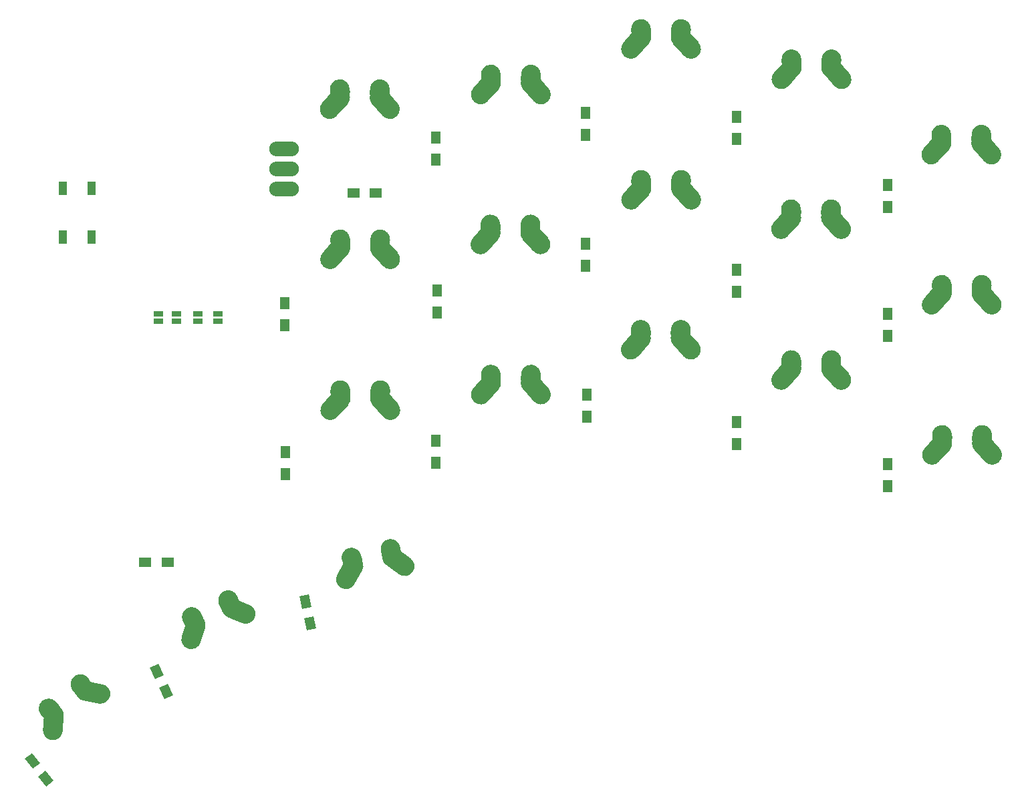
<source format=gbr>
%TF.GenerationSoftware,KiCad,Pcbnew,(5.1.7)-1*%
%TF.CreationDate,2021-07-25T23:49:13+05:30*%
%TF.ProjectId,Pteron36v0,50746572-6f6e-4333-9676-302e6b696361,rev?*%
%TF.SameCoordinates,Original*%
%TF.FileFunction,Paste,Bot*%
%TF.FilePolarity,Positive*%
%FSLAX46Y46*%
G04 Gerber Fmt 4.6, Leading zero omitted, Abs format (unit mm)*
G04 Created by KiCad (PCBNEW (5.1.7)-1) date 2021-07-25 23:49:13*
%MOMM*%
%LPD*%
G01*
G04 APERTURE LIST*
%ADD10R,1.600000X1.200000*%
%ADD11R,1.100000X1.800000*%
%ADD12O,3.759200X1.879600*%
%ADD13R,1.200000X1.600000*%
%ADD14C,0.100000*%
%ADD15R,1.270000X0.635000*%
G04 APERTURE END LIST*
%TO.C,SW9*%
G36*
G01*
X198137723Y-97153426D02*
X198177638Y-96574623D01*
G75*
G02*
X199510675Y-95413584I1247038J-85999D01*
G01*
X199510675Y-95413584D01*
G75*
G02*
X200671714Y-96746621I-85999J-1247038D01*
G01*
X200631716Y-97326621D01*
G75*
G02*
X199298679Y-98487660I-1247038J85999D01*
G01*
X199298679Y-98487660D01*
G75*
G02*
X198137640Y-97154623I85999J1247038D01*
G01*
G37*
G36*
G01*
X193137721Y-97327818D02*
X193097640Y-96746621D01*
G75*
G02*
X194258679Y-95413584I1247038J85999D01*
G01*
X194258679Y-95413584D01*
G75*
G02*
X195591716Y-96574623I85999J-1247038D01*
G01*
X195631714Y-97154623D01*
G75*
G02*
X194470675Y-98487660I-1247038J-85999D01*
G01*
X194470675Y-98487660D01*
G75*
G02*
X193137638Y-97326621I-85999J1247038D01*
G01*
G37*
G36*
G01*
X195315061Y-98575409D02*
X194005071Y-100035417D01*
G75*
G02*
X192239891Y-100131015I-930389J834791D01*
G01*
X192239891Y-100131015D01*
G75*
G02*
X192144293Y-98365835I834791J930389D01*
G01*
X193454283Y-96905827D01*
G75*
G02*
X195219463Y-96810229I930389J-834791D01*
G01*
X195219463Y-96810229D01*
G75*
G02*
X195315061Y-98575409I-834791J-930389D01*
G01*
G37*
G36*
G01*
X200315071Y-96905827D02*
X201625061Y-98365835D01*
G75*
G02*
X201529463Y-100131015I-930389J-834791D01*
G01*
X201529463Y-100131015D01*
G75*
G02*
X199764283Y-100035417I-834791J930389D01*
G01*
X198454293Y-98575409D01*
G75*
G02*
X198549891Y-96810229I930389J834791D01*
G01*
X198549891Y-96810229D01*
G75*
G02*
X200315071Y-96905827I834791J-930389D01*
G01*
G37*
%TD*%
%TO.C,SW19*%
G36*
G01*
X159975292Y-83822000D02*
X160015207Y-83243197D01*
G75*
G02*
X161348244Y-82082158I1247038J-85999D01*
G01*
X161348244Y-82082158D01*
G75*
G02*
X162509283Y-83415195I-85999J-1247038D01*
G01*
X162469285Y-83995195D01*
G75*
G02*
X161136248Y-85156234I-1247038J85999D01*
G01*
X161136248Y-85156234D01*
G75*
G02*
X159975209Y-83823197I85999J1247038D01*
G01*
G37*
G36*
G01*
X154975290Y-83996392D02*
X154935209Y-83415195D01*
G75*
G02*
X156096248Y-82082158I1247038J85999D01*
G01*
X156096248Y-82082158D01*
G75*
G02*
X157429285Y-83243197I85999J-1247038D01*
G01*
X157469283Y-83823197D01*
G75*
G02*
X156308244Y-85156234I-1247038J-85999D01*
G01*
X156308244Y-85156234D01*
G75*
G02*
X154975207Y-83995195I-85999J1247038D01*
G01*
G37*
G36*
G01*
X157152630Y-85243983D02*
X155842640Y-86703991D01*
G75*
G02*
X154077460Y-86799589I-930389J834791D01*
G01*
X154077460Y-86799589D01*
G75*
G02*
X153981862Y-85034409I834791J930389D01*
G01*
X155291852Y-83574401D01*
G75*
G02*
X157057032Y-83478803I930389J-834791D01*
G01*
X157057032Y-83478803D01*
G75*
G02*
X157152630Y-85243983I-834791J-930389D01*
G01*
G37*
G36*
G01*
X162152640Y-83574401D02*
X163462630Y-85034409D01*
G75*
G02*
X163367032Y-86799589I-930389J-834791D01*
G01*
X163367032Y-86799589D01*
G75*
G02*
X161601852Y-86703991I-834791J930389D01*
G01*
X160291862Y-85243983D01*
G75*
G02*
X160387460Y-83478803I930389J834791D01*
G01*
X160387460Y-83478803D01*
G75*
G02*
X162152640Y-83574401I834791J-930389D01*
G01*
G37*
%TD*%
%TO.C,SW28*%
G36*
G01*
X121914555Y-91482169D02*
X121954470Y-90903366D01*
G75*
G02*
X123287507Y-89742327I1247038J-85999D01*
G01*
X123287507Y-89742327D01*
G75*
G02*
X124448546Y-91075364I-85999J-1247038D01*
G01*
X124408548Y-91655364D01*
G75*
G02*
X123075511Y-92816403I-1247038J85999D01*
G01*
X123075511Y-92816403D01*
G75*
G02*
X121914472Y-91483366I85999J1247038D01*
G01*
G37*
G36*
G01*
X116914553Y-91656561D02*
X116874472Y-91075364D01*
G75*
G02*
X118035511Y-89742327I1247038J85999D01*
G01*
X118035511Y-89742327D01*
G75*
G02*
X119368548Y-90903366I85999J-1247038D01*
G01*
X119408546Y-91483366D01*
G75*
G02*
X118247507Y-92816403I-1247038J-85999D01*
G01*
X118247507Y-92816403D01*
G75*
G02*
X116914470Y-91655364I-85999J1247038D01*
G01*
G37*
G36*
G01*
X119091893Y-92904152D02*
X117781903Y-94364160D01*
G75*
G02*
X116016723Y-94459758I-930389J834791D01*
G01*
X116016723Y-94459758D01*
G75*
G02*
X115921125Y-92694578I834791J930389D01*
G01*
X117231115Y-91234570D01*
G75*
G02*
X118996295Y-91138972I930389J-834791D01*
G01*
X118996295Y-91138972D01*
G75*
G02*
X119091893Y-92904152I-834791J-930389D01*
G01*
G37*
G36*
G01*
X124091903Y-91234570D02*
X125401893Y-92694578D01*
G75*
G02*
X125306295Y-94459758I-930389J-834791D01*
G01*
X125306295Y-94459758D01*
G75*
G02*
X123541115Y-94364160I-834791J930389D01*
G01*
X122231125Y-92904152D01*
G75*
G02*
X122326723Y-91138972I930389J834791D01*
G01*
X122326723Y-91138972D01*
G75*
G02*
X124091903Y-91234570I834791J-930389D01*
G01*
G37*
%TD*%
%TO.C,SW27*%
G36*
G01*
X121895176Y-72356719D02*
X121935091Y-71777916D01*
G75*
G02*
X123268128Y-70616877I1247038J-85999D01*
G01*
X123268128Y-70616877D01*
G75*
G02*
X124429167Y-71949914I-85999J-1247038D01*
G01*
X124389169Y-72529914D01*
G75*
G02*
X123056132Y-73690953I-1247038J85999D01*
G01*
X123056132Y-73690953D01*
G75*
G02*
X121895093Y-72357916I85999J1247038D01*
G01*
G37*
G36*
G01*
X116895174Y-72531111D02*
X116855093Y-71949914D01*
G75*
G02*
X118016132Y-70616877I1247038J85999D01*
G01*
X118016132Y-70616877D01*
G75*
G02*
X119349169Y-71777916I85999J-1247038D01*
G01*
X119389167Y-72357916D01*
G75*
G02*
X118228128Y-73690953I-1247038J-85999D01*
G01*
X118228128Y-73690953D01*
G75*
G02*
X116895091Y-72529914I-85999J1247038D01*
G01*
G37*
G36*
G01*
X119072514Y-73778702D02*
X117762524Y-75238710D01*
G75*
G02*
X115997344Y-75334308I-930389J834791D01*
G01*
X115997344Y-75334308D01*
G75*
G02*
X115901746Y-73569128I834791J930389D01*
G01*
X117211736Y-72109120D01*
G75*
G02*
X118976916Y-72013522I930389J-834791D01*
G01*
X118976916Y-72013522D01*
G75*
G02*
X119072514Y-73778702I-834791J-930389D01*
G01*
G37*
G36*
G01*
X124072524Y-72109120D02*
X125382514Y-73569128D01*
G75*
G02*
X125286916Y-75334308I-930389J-834791D01*
G01*
X125286916Y-75334308D01*
G75*
G02*
X123521736Y-75238710I-834791J930389D01*
G01*
X122211746Y-73778702D01*
G75*
G02*
X122307344Y-72013522I930389J834791D01*
G01*
X122307344Y-72013522D01*
G75*
G02*
X124072524Y-72109120I834791J-930389D01*
G01*
G37*
%TD*%
%TO.C,SW26*%
G36*
G01*
X121851532Y-53321824D02*
X121891447Y-52743021D01*
G75*
G02*
X123224484Y-51581982I1247038J-85999D01*
G01*
X123224484Y-51581982D01*
G75*
G02*
X124385523Y-52915019I-85999J-1247038D01*
G01*
X124345525Y-53495019D01*
G75*
G02*
X123012488Y-54656058I-1247038J85999D01*
G01*
X123012488Y-54656058D01*
G75*
G02*
X121851449Y-53323021I85999J1247038D01*
G01*
G37*
G36*
G01*
X116851530Y-53496216D02*
X116811449Y-52915019D01*
G75*
G02*
X117972488Y-51581982I1247038J85999D01*
G01*
X117972488Y-51581982D01*
G75*
G02*
X119305525Y-52743021I85999J-1247038D01*
G01*
X119345523Y-53323021D01*
G75*
G02*
X118184484Y-54656058I-1247038J-85999D01*
G01*
X118184484Y-54656058D01*
G75*
G02*
X116851447Y-53495019I-85999J1247038D01*
G01*
G37*
G36*
G01*
X119028870Y-54743807D02*
X117718880Y-56203815D01*
G75*
G02*
X115953700Y-56299413I-930389J834791D01*
G01*
X115953700Y-56299413D01*
G75*
G02*
X115858102Y-54534233I834791J930389D01*
G01*
X117168092Y-53074225D01*
G75*
G02*
X118933272Y-52978627I930389J-834791D01*
G01*
X118933272Y-52978627D01*
G75*
G02*
X119028870Y-54743807I-834791J-930389D01*
G01*
G37*
G36*
G01*
X124028880Y-53074225D02*
X125338870Y-54534233D01*
G75*
G02*
X125243272Y-56299413I-930389J-834791D01*
G01*
X125243272Y-56299413D01*
G75*
G02*
X123478092Y-56203815I-834791J930389D01*
G01*
X122168102Y-54743807D01*
G75*
G02*
X122263700Y-52978627I930389J834791D01*
G01*
X122263700Y-52978627D01*
G75*
G02*
X124028880Y-53074225I834791J-930389D01*
G01*
G37*
%TD*%
%TO.C,SW24*%
G36*
G01*
X140981959Y-89506094D02*
X141021874Y-88927291D01*
G75*
G02*
X142354911Y-87766252I1247038J-85999D01*
G01*
X142354911Y-87766252D01*
G75*
G02*
X143515950Y-89099289I-85999J-1247038D01*
G01*
X143475952Y-89679289D01*
G75*
G02*
X142142915Y-90840328I-1247038J85999D01*
G01*
X142142915Y-90840328D01*
G75*
G02*
X140981876Y-89507291I85999J1247038D01*
G01*
G37*
G36*
G01*
X135981957Y-89680486D02*
X135941876Y-89099289D01*
G75*
G02*
X137102915Y-87766252I1247038J85999D01*
G01*
X137102915Y-87766252D01*
G75*
G02*
X138435952Y-88927291I85999J-1247038D01*
G01*
X138475950Y-89507291D01*
G75*
G02*
X137314911Y-90840328I-1247038J-85999D01*
G01*
X137314911Y-90840328D01*
G75*
G02*
X135981874Y-89679289I-85999J1247038D01*
G01*
G37*
G36*
G01*
X138159297Y-90928077D02*
X136849307Y-92388085D01*
G75*
G02*
X135084127Y-92483683I-930389J834791D01*
G01*
X135084127Y-92483683D01*
G75*
G02*
X134988529Y-90718503I834791J930389D01*
G01*
X136298519Y-89258495D01*
G75*
G02*
X138063699Y-89162897I930389J-834791D01*
G01*
X138063699Y-89162897D01*
G75*
G02*
X138159297Y-90928077I-834791J-930389D01*
G01*
G37*
G36*
G01*
X143159307Y-89258495D02*
X144469297Y-90718503D01*
G75*
G02*
X144373699Y-92483683I-930389J-834791D01*
G01*
X144373699Y-92483683D01*
G75*
G02*
X142608519Y-92388085I-834791J930389D01*
G01*
X141298529Y-90928077D01*
G75*
G02*
X141394127Y-89162897I930389J834791D01*
G01*
X141394127Y-89162897D01*
G75*
G02*
X143159307Y-89258495I834791J-930389D01*
G01*
G37*
%TD*%
%TO.C,SW23*%
G36*
G01*
X140938315Y-70471198D02*
X140978230Y-69892395D01*
G75*
G02*
X142311267Y-68731356I1247038J-85999D01*
G01*
X142311267Y-68731356D01*
G75*
G02*
X143472306Y-70064393I-85999J-1247038D01*
G01*
X143432308Y-70644393D01*
G75*
G02*
X142099271Y-71805432I-1247038J85999D01*
G01*
X142099271Y-71805432D01*
G75*
G02*
X140938232Y-70472395I85999J1247038D01*
G01*
G37*
G36*
G01*
X135938313Y-70645590D02*
X135898232Y-70064393D01*
G75*
G02*
X137059271Y-68731356I1247038J85999D01*
G01*
X137059271Y-68731356D01*
G75*
G02*
X138392308Y-69892395I85999J-1247038D01*
G01*
X138432306Y-70472395D01*
G75*
G02*
X137271267Y-71805432I-1247038J-85999D01*
G01*
X137271267Y-71805432D01*
G75*
G02*
X135938230Y-70644393I-85999J1247038D01*
G01*
G37*
G36*
G01*
X138115653Y-71893181D02*
X136805663Y-73353189D01*
G75*
G02*
X135040483Y-73448787I-930389J834791D01*
G01*
X135040483Y-73448787D01*
G75*
G02*
X134944885Y-71683607I834791J930389D01*
G01*
X136254875Y-70223599D01*
G75*
G02*
X138020055Y-70128001I930389J-834791D01*
G01*
X138020055Y-70128001D01*
G75*
G02*
X138115653Y-71893181I-834791J-930389D01*
G01*
G37*
G36*
G01*
X143115663Y-70223599D02*
X144425653Y-71683607D01*
G75*
G02*
X144330055Y-73448787I-930389J-834791D01*
G01*
X144330055Y-73448787D01*
G75*
G02*
X142564875Y-73353189I-834791J930389D01*
G01*
X141254885Y-71893181D01*
G75*
G02*
X141350483Y-70128001I930389J834791D01*
G01*
X141350483Y-70128001D01*
G75*
G02*
X143115663Y-70223599I834791J-930389D01*
G01*
G37*
%TD*%
%TO.C,SW22*%
G36*
G01*
X140985227Y-51460573D02*
X141025142Y-50881770D01*
G75*
G02*
X142358179Y-49720731I1247038J-85999D01*
G01*
X142358179Y-49720731D01*
G75*
G02*
X143519218Y-51053768I-85999J-1247038D01*
G01*
X143479220Y-51633768D01*
G75*
G02*
X142146183Y-52794807I-1247038J85999D01*
G01*
X142146183Y-52794807D01*
G75*
G02*
X140985144Y-51461770I85999J1247038D01*
G01*
G37*
G36*
G01*
X135985225Y-51634965D02*
X135945144Y-51053768D01*
G75*
G02*
X137106183Y-49720731I1247038J85999D01*
G01*
X137106183Y-49720731D01*
G75*
G02*
X138439220Y-50881770I85999J-1247038D01*
G01*
X138479218Y-51461770D01*
G75*
G02*
X137318179Y-52794807I-1247038J-85999D01*
G01*
X137318179Y-52794807D01*
G75*
G02*
X135985142Y-51633768I-85999J1247038D01*
G01*
G37*
G36*
G01*
X138162565Y-52882556D02*
X136852575Y-54342564D01*
G75*
G02*
X135087395Y-54438162I-930389J834791D01*
G01*
X135087395Y-54438162D01*
G75*
G02*
X134991797Y-52672982I834791J930389D01*
G01*
X136301787Y-51212974D01*
G75*
G02*
X138066967Y-51117376I930389J-834791D01*
G01*
X138066967Y-51117376D01*
G75*
G02*
X138162565Y-52882556I-834791J-930389D01*
G01*
G37*
G36*
G01*
X143162575Y-51212974D02*
X144472565Y-52672982D01*
G75*
G02*
X144376967Y-54438162I-930389J-834791D01*
G01*
X144376967Y-54438162D01*
G75*
G02*
X142611787Y-54342564I-834791J930389D01*
G01*
X141301797Y-52882556D01*
G75*
G02*
X141397395Y-51117376I930389J834791D01*
G01*
X141397395Y-51117376D01*
G75*
G02*
X143162575Y-51212974I834791J-930389D01*
G01*
G37*
%TD*%
%TO.C,SW20*%
G36*
G01*
X84481515Y-129431924D02*
X84159622Y-128946613D01*
G75*
G02*
X84510395Y-127213996I1041695J690922D01*
G01*
X84510395Y-127213996D01*
G75*
G02*
X86243012Y-127564769I690922J-1041695D01*
G01*
X86564362Y-128049263D01*
G75*
G02*
X86213589Y-129781880I-1041695J-690922D01*
G01*
X86213589Y-129781880D01*
G75*
G02*
X84480972Y-129431107I-690922J1041695D01*
G01*
G37*
G36*
G01*
X80619703Y-132612268D02*
X80234095Y-132175573D01*
G75*
G02*
X80343708Y-130411208I936989J827376D01*
G01*
X80343708Y-130411208D01*
G75*
G02*
X82108073Y-130520821I827376J-936989D01*
G01*
X82492887Y-130956617D01*
G75*
G02*
X82383274Y-132720982I-936989J-827376D01*
G01*
X82383274Y-132720982D01*
G75*
G02*
X80618909Y-132611369I-827376J936989D01*
G01*
G37*
G36*
G01*
X83106589Y-132276568D02*
X82956101Y-134232342D01*
G75*
G02*
X81613886Y-135382759I-1246316J95899D01*
G01*
X81613886Y-135382759D01*
G75*
G02*
X80463469Y-134040544I95899J1246316D01*
G01*
X80613957Y-132084770D01*
G75*
G02*
X81956172Y-130934353I1246316J-95899D01*
G01*
X81956172Y-130934353D01*
G75*
G02*
X83106589Y-132276568I-95899J-1246316D01*
G01*
G37*
G36*
G01*
X86056987Y-127908187D02*
X87985069Y-128269017D01*
G75*
G02*
X88983799Y-129727625I-229939J-1228669D01*
G01*
X88983799Y-129727625D01*
G75*
G02*
X87525191Y-130726355I-1228669J229939D01*
G01*
X85597109Y-130365525D01*
G75*
G02*
X84598379Y-128906917I229939J1228669D01*
G01*
X84598379Y-128906917D01*
G75*
G02*
X86056987Y-127908187I1228669J-229939D01*
G01*
G37*
%TD*%
%TO.C,SW18*%
G36*
G01*
X160022208Y-64811371D02*
X160062123Y-64232568D01*
G75*
G02*
X161395160Y-63071529I1247038J-85999D01*
G01*
X161395160Y-63071529D01*
G75*
G02*
X162556199Y-64404566I-85999J-1247038D01*
G01*
X162516201Y-64984566D01*
G75*
G02*
X161183164Y-66145605I-1247038J85999D01*
G01*
X161183164Y-66145605D01*
G75*
G02*
X160022125Y-64812568I85999J1247038D01*
G01*
G37*
G36*
G01*
X155022206Y-64985763D02*
X154982125Y-64404566D01*
G75*
G02*
X156143164Y-63071529I1247038J85999D01*
G01*
X156143164Y-63071529D01*
G75*
G02*
X157476201Y-64232568I85999J-1247038D01*
G01*
X157516199Y-64812568D01*
G75*
G02*
X156355160Y-66145605I-1247038J-85999D01*
G01*
X156355160Y-66145605D01*
G75*
G02*
X155022123Y-64984566I-85999J1247038D01*
G01*
G37*
G36*
G01*
X157199546Y-66233354D02*
X155889556Y-67693362D01*
G75*
G02*
X154124376Y-67788960I-930389J834791D01*
G01*
X154124376Y-67788960D01*
G75*
G02*
X154028778Y-66023780I834791J930389D01*
G01*
X155338768Y-64563772D01*
G75*
G02*
X157103948Y-64468174I930389J-834791D01*
G01*
X157103948Y-64468174D01*
G75*
G02*
X157199546Y-66233354I-834791J-930389D01*
G01*
G37*
G36*
G01*
X162199556Y-64563772D02*
X163509546Y-66023780D01*
G75*
G02*
X163413948Y-67788960I-930389J-834791D01*
G01*
X163413948Y-67788960D01*
G75*
G02*
X161648768Y-67693362I-834791J930389D01*
G01*
X160338778Y-66233354D01*
G75*
G02*
X160434376Y-64468174I930389J834791D01*
G01*
X160434376Y-64468174D01*
G75*
G02*
X162199556Y-64563772I834791J-930389D01*
G01*
G37*
%TD*%
%TO.C,SW17*%
G36*
G01*
X160002825Y-45685920D02*
X160042740Y-45107117D01*
G75*
G02*
X161375777Y-43946078I1247038J-85999D01*
G01*
X161375777Y-43946078D01*
G75*
G02*
X162536816Y-45279115I-85999J-1247038D01*
G01*
X162496818Y-45859115D01*
G75*
G02*
X161163781Y-47020154I-1247038J85999D01*
G01*
X161163781Y-47020154D01*
G75*
G02*
X160002742Y-45687117I85999J1247038D01*
G01*
G37*
G36*
G01*
X155002823Y-45860312D02*
X154962742Y-45279115D01*
G75*
G02*
X156123781Y-43946078I1247038J85999D01*
G01*
X156123781Y-43946078D01*
G75*
G02*
X157456818Y-45107117I85999J-1247038D01*
G01*
X157496816Y-45687117D01*
G75*
G02*
X156335777Y-47020154I-1247038J-85999D01*
G01*
X156335777Y-47020154D01*
G75*
G02*
X155002740Y-45859115I-85999J1247038D01*
G01*
G37*
G36*
G01*
X157180163Y-47107903D02*
X155870173Y-48567911D01*
G75*
G02*
X154104993Y-48663509I-930389J834791D01*
G01*
X154104993Y-48663509D01*
G75*
G02*
X154009395Y-46898329I834791J930389D01*
G01*
X155319385Y-45438321D01*
G75*
G02*
X157084565Y-45342723I930389J-834791D01*
G01*
X157084565Y-45342723D01*
G75*
G02*
X157180163Y-47107903I-834791J-930389D01*
G01*
G37*
G36*
G01*
X162180173Y-45438321D02*
X163490163Y-46898329D01*
G75*
G02*
X163394565Y-48663509I-930389J-834791D01*
G01*
X163394565Y-48663509D01*
G75*
G02*
X161629385Y-48567911I-834791J930389D01*
G01*
X160319395Y-47107903D01*
G75*
G02*
X160414993Y-45342723I930389J834791D01*
G01*
X160414993Y-45342723D01*
G75*
G02*
X162180173Y-45438321I834791J-930389D01*
G01*
G37*
%TD*%
%TO.C,SW15*%
G36*
G01*
X102959891Y-118593925D02*
X102750670Y-118050447D01*
G75*
G02*
X103468135Y-116434822I1166545J449080D01*
G01*
X103468135Y-116434822D01*
G75*
G02*
X105083760Y-117152287I449080J-1166545D01*
G01*
X105292628Y-117694849D01*
G75*
G02*
X104575163Y-119310474I-1166545J-449080D01*
G01*
X104575163Y-119310474D01*
G75*
G02*
X102959538Y-118593009I-449080J1166545D01*
G01*
G37*
G36*
G01*
X98501268Y-120863033D02*
X98219317Y-120353229D01*
G75*
G02*
X98708211Y-118654411I1093856J604962D01*
G01*
X98708211Y-118654411D01*
G75*
G02*
X100407029Y-119143305I604962J-1093856D01*
G01*
X100688399Y-119652059D01*
G75*
G02*
X100199505Y-121350877I-1093856J-604962D01*
G01*
X100199505Y-121350877D01*
G75*
G02*
X98500687Y-120861983I-604962J1093856D01*
G01*
G37*
G36*
G01*
X101001863Y-121073550D02*
X100431635Y-122950394D01*
G75*
G02*
X98872240Y-123783033I-1196017J363378D01*
G01*
X98872240Y-123783033D01*
G75*
G02*
X98039601Y-122223638I363378J1196017D01*
G01*
X98609829Y-120346794D01*
G75*
G02*
X100169224Y-119514155I1196017J-363378D01*
G01*
X100169224Y-119514155D01*
G75*
G02*
X101001863Y-121073550I-363378J-1196017D01*
G01*
G37*
G36*
G01*
X104827814Y-117447300D02*
X106632096Y-118216892D01*
G75*
G02*
X107291452Y-119857090I-490421J-1149777D01*
G01*
X107291452Y-119857090D01*
G75*
G02*
X105651254Y-120516446I-1149777J490421D01*
G01*
X103846972Y-119746854D01*
G75*
G02*
X103187616Y-118106656I490421J1149777D01*
G01*
X103187616Y-118106656D01*
G75*
G02*
X104827814Y-117447300I1149777J-490421D01*
G01*
G37*
%TD*%
%TO.C,SW14*%
G36*
G01*
X179035724Y-87667481D02*
X179075639Y-87088678D01*
G75*
G02*
X180408676Y-85927639I1247038J-85999D01*
G01*
X180408676Y-85927639D01*
G75*
G02*
X181569715Y-87260676I-85999J-1247038D01*
G01*
X181529717Y-87840676D01*
G75*
G02*
X180196680Y-89001715I-1247038J85999D01*
G01*
X180196680Y-89001715D01*
G75*
G02*
X179035641Y-87668678I85999J1247038D01*
G01*
G37*
G36*
G01*
X174035722Y-87841873D02*
X173995641Y-87260676D01*
G75*
G02*
X175156680Y-85927639I1247038J85999D01*
G01*
X175156680Y-85927639D01*
G75*
G02*
X176489717Y-87088678I85999J-1247038D01*
G01*
X176529715Y-87668678D01*
G75*
G02*
X175368676Y-89001715I-1247038J-85999D01*
G01*
X175368676Y-89001715D01*
G75*
G02*
X174035639Y-87840676I-85999J1247038D01*
G01*
G37*
G36*
G01*
X176213062Y-89089464D02*
X174903072Y-90549472D01*
G75*
G02*
X173137892Y-90645070I-930389J834791D01*
G01*
X173137892Y-90645070D01*
G75*
G02*
X173042294Y-88879890I834791J930389D01*
G01*
X174352284Y-87419882D01*
G75*
G02*
X176117464Y-87324284I930389J-834791D01*
G01*
X176117464Y-87324284D01*
G75*
G02*
X176213062Y-89089464I-834791J-930389D01*
G01*
G37*
G36*
G01*
X181213072Y-87419882D02*
X182523062Y-88879890D01*
G75*
G02*
X182427464Y-90645070I-930389J-834791D01*
G01*
X182427464Y-90645070D01*
G75*
G02*
X180662284Y-90549472I-834791J930389D01*
G01*
X179352294Y-89089464D01*
G75*
G02*
X179447892Y-87324284I930389J834791D01*
G01*
X179447892Y-87324284D01*
G75*
G02*
X181213072Y-87419882I834791J-930389D01*
G01*
G37*
%TD*%
%TO.C,SW13*%
G36*
G01*
X179016351Y-68542036D02*
X179056266Y-67963233D01*
G75*
G02*
X180389303Y-66802194I1247038J-85999D01*
G01*
X180389303Y-66802194D01*
G75*
G02*
X181550342Y-68135231I-85999J-1247038D01*
G01*
X181510344Y-68715231D01*
G75*
G02*
X180177307Y-69876270I-1247038J85999D01*
G01*
X180177307Y-69876270D01*
G75*
G02*
X179016268Y-68543233I85999J1247038D01*
G01*
G37*
G36*
G01*
X174016349Y-68716428D02*
X173976268Y-68135231D01*
G75*
G02*
X175137307Y-66802194I1247038J85999D01*
G01*
X175137307Y-66802194D01*
G75*
G02*
X176470344Y-67963233I85999J-1247038D01*
G01*
X176510342Y-68543233D01*
G75*
G02*
X175349303Y-69876270I-1247038J-85999D01*
G01*
X175349303Y-69876270D01*
G75*
G02*
X174016266Y-68715231I-85999J1247038D01*
G01*
G37*
G36*
G01*
X176193689Y-69964019D02*
X174883699Y-71424027D01*
G75*
G02*
X173118519Y-71519625I-930389J834791D01*
G01*
X173118519Y-71519625D01*
G75*
G02*
X173022921Y-69754445I834791J930389D01*
G01*
X174332911Y-68294437D01*
G75*
G02*
X176098091Y-68198839I930389J-834791D01*
G01*
X176098091Y-68198839D01*
G75*
G02*
X176193689Y-69964019I-834791J-930389D01*
G01*
G37*
G36*
G01*
X181193699Y-68294437D02*
X182503689Y-69754445D01*
G75*
G02*
X182408091Y-71519625I-930389J-834791D01*
G01*
X182408091Y-71519625D01*
G75*
G02*
X180642911Y-71424027I-834791J930389D01*
G01*
X179332921Y-69964019D01*
G75*
G02*
X179428519Y-68198839I930389J834791D01*
G01*
X179428519Y-68198839D01*
G75*
G02*
X181193699Y-68294437I834791J-930389D01*
G01*
G37*
%TD*%
%TO.C,SW12*%
G36*
G01*
X179063261Y-49531409D02*
X179103176Y-48952606D01*
G75*
G02*
X180436213Y-47791567I1247038J-85999D01*
G01*
X180436213Y-47791567D01*
G75*
G02*
X181597252Y-49124604I-85999J-1247038D01*
G01*
X181557254Y-49704604D01*
G75*
G02*
X180224217Y-50865643I-1247038J85999D01*
G01*
X180224217Y-50865643D01*
G75*
G02*
X179063178Y-49532606I85999J1247038D01*
G01*
G37*
G36*
G01*
X174063259Y-49705801D02*
X174023178Y-49124604D01*
G75*
G02*
X175184217Y-47791567I1247038J85999D01*
G01*
X175184217Y-47791567D01*
G75*
G02*
X176517254Y-48952606I85999J-1247038D01*
G01*
X176557252Y-49532606D01*
G75*
G02*
X175396213Y-50865643I-1247038J-85999D01*
G01*
X175396213Y-50865643D01*
G75*
G02*
X174063176Y-49704604I-85999J1247038D01*
G01*
G37*
G36*
G01*
X176240599Y-50953392D02*
X174930609Y-52413400D01*
G75*
G02*
X173165429Y-52508998I-930389J834791D01*
G01*
X173165429Y-52508998D01*
G75*
G02*
X173069831Y-50743818I834791J930389D01*
G01*
X174379821Y-49283810D01*
G75*
G02*
X176145001Y-49188212I930389J-834791D01*
G01*
X176145001Y-49188212D01*
G75*
G02*
X176240599Y-50953392I-834791J-930389D01*
G01*
G37*
G36*
G01*
X181240609Y-49283810D02*
X182550599Y-50743818D01*
G75*
G02*
X182455001Y-52508998I-930389J-834791D01*
G01*
X182455001Y-52508998D01*
G75*
G02*
X180689821Y-52413400I-834791J930389D01*
G01*
X179379831Y-50953392D01*
G75*
G02*
X179475429Y-49188212I930389J834791D01*
G01*
X179475429Y-49188212D01*
G75*
G02*
X181240609Y-49283810I834791J-930389D01*
G01*
G37*
%TD*%
%TO.C,SW10*%
G36*
G01*
X123343702Y-111875409D02*
X123257069Y-111299528D01*
G75*
G02*
X124307213Y-109877488I1236092J185948D01*
G01*
X124307213Y-109877488D01*
G75*
G02*
X125729253Y-110927632I185948J-1236092D01*
G01*
X125815739Y-111502542D01*
G75*
G02*
X124765595Y-112924582I-1236092J-185948D01*
G01*
X124765595Y-112924582D01*
G75*
G02*
X123343555Y-111874438I-185948J1236092D01*
G01*
G37*
G36*
G01*
X118499640Y-113125707D02*
X118334714Y-112566963D01*
G75*
G02*
X119179710Y-111014229I1198865J353869D01*
G01*
X119179710Y-111014229D01*
G75*
G02*
X120732444Y-111859225I353869J-1198865D01*
G01*
X120897030Y-112416819D01*
G75*
G02*
X120052034Y-113969553I-1198865J-353869D01*
G01*
X120052034Y-113969553D01*
G75*
G02*
X118499300Y-113124557I-353869J1198865D01*
G01*
G37*
G36*
G01*
X120895398Y-113872463D02*
X119932462Y-115581397D01*
G75*
G02*
X118229815Y-116056784I-1089017J613630D01*
G01*
X118229815Y-116056784D01*
G75*
G02*
X117754428Y-114354137I613630J1089017D01*
G01*
X118717364Y-112645203D01*
G75*
G02*
X120420011Y-112169816I1089017J-613630D01*
G01*
X120420011Y-112169816D01*
G75*
G02*
X120895398Y-113872463I-613630J-1089017D01*
G01*
G37*
G36*
G01*
X125415523Y-111160257D02*
X127010465Y-112302123D01*
G75*
G02*
X127299187Y-114046153I-727654J-1016376D01*
G01*
X127299187Y-114046153D01*
G75*
G02*
X125555157Y-114334875I-1016376J727654D01*
G01*
X123960215Y-113193009D01*
G75*
G02*
X123671493Y-111448979I727654J1016376D01*
G01*
X123671493Y-111448979D01*
G75*
G02*
X125415523Y-111160257I1016376J-727654D01*
G01*
G37*
%TD*%
%TO.C,SW8*%
G36*
G01*
X198094081Y-78118526D02*
X198133996Y-77539723D01*
G75*
G02*
X199467033Y-76378684I1247038J-85999D01*
G01*
X199467033Y-76378684D01*
G75*
G02*
X200628072Y-77711721I-85999J-1247038D01*
G01*
X200588074Y-78291721D01*
G75*
G02*
X199255037Y-79452760I-1247038J85999D01*
G01*
X199255037Y-79452760D01*
G75*
G02*
X198093998Y-78119723I85999J1247038D01*
G01*
G37*
G36*
G01*
X193094079Y-78292918D02*
X193053998Y-77711721D01*
G75*
G02*
X194215037Y-76378684I1247038J85999D01*
G01*
X194215037Y-76378684D01*
G75*
G02*
X195548074Y-77539723I85999J-1247038D01*
G01*
X195588072Y-78119723D01*
G75*
G02*
X194427033Y-79452760I-1247038J-85999D01*
G01*
X194427033Y-79452760D01*
G75*
G02*
X193093996Y-78291721I-85999J1247038D01*
G01*
G37*
G36*
G01*
X195271419Y-79540509D02*
X193961429Y-81000517D01*
G75*
G02*
X192196249Y-81096115I-930389J834791D01*
G01*
X192196249Y-81096115D01*
G75*
G02*
X192100651Y-79330935I834791J930389D01*
G01*
X193410641Y-77870927D01*
G75*
G02*
X195175821Y-77775329I930389J-834791D01*
G01*
X195175821Y-77775329D01*
G75*
G02*
X195271419Y-79540509I-834791J-930389D01*
G01*
G37*
G36*
G01*
X200271429Y-77870927D02*
X201581419Y-79330935D01*
G75*
G02*
X201485821Y-81096115I-930389J-834791D01*
G01*
X201485821Y-81096115D01*
G75*
G02*
X199720641Y-81000517I-834791J930389D01*
G01*
X198410651Y-79540509D01*
G75*
G02*
X198506249Y-77775329I930389J834791D01*
G01*
X198506249Y-77775329D01*
G75*
G02*
X200271429Y-77870927I834791J-930389D01*
G01*
G37*
%TD*%
%TO.C,SW7*%
G36*
G01*
X198050433Y-59083624D02*
X198090348Y-58504821D01*
G75*
G02*
X199423385Y-57343782I1247038J-85999D01*
G01*
X199423385Y-57343782D01*
G75*
G02*
X200584424Y-58676819I-85999J-1247038D01*
G01*
X200544426Y-59256819D01*
G75*
G02*
X199211389Y-60417858I-1247038J85999D01*
G01*
X199211389Y-60417858D01*
G75*
G02*
X198050350Y-59084821I85999J1247038D01*
G01*
G37*
G36*
G01*
X193050431Y-59258016D02*
X193010350Y-58676819D01*
G75*
G02*
X194171389Y-57343782I1247038J85999D01*
G01*
X194171389Y-57343782D01*
G75*
G02*
X195504426Y-58504821I85999J-1247038D01*
G01*
X195544424Y-59084821D01*
G75*
G02*
X194383385Y-60417858I-1247038J-85999D01*
G01*
X194383385Y-60417858D01*
G75*
G02*
X193050348Y-59256819I-85999J1247038D01*
G01*
G37*
G36*
G01*
X195227771Y-60505607D02*
X193917781Y-61965615D01*
G75*
G02*
X192152601Y-62061213I-930389J834791D01*
G01*
X192152601Y-62061213D01*
G75*
G02*
X192057003Y-60296033I834791J930389D01*
G01*
X193366993Y-58836025D01*
G75*
G02*
X195132173Y-58740427I930389J-834791D01*
G01*
X195132173Y-58740427D01*
G75*
G02*
X195227771Y-60505607I-834791J-930389D01*
G01*
G37*
G36*
G01*
X200227781Y-58836025D02*
X201537771Y-60296033D01*
G75*
G02*
X201442173Y-62061213I-930389J-834791D01*
G01*
X201442173Y-62061213D01*
G75*
G02*
X199676993Y-61965615I-834791J930389D01*
G01*
X198367003Y-60505607D01*
G75*
G02*
X198462601Y-58740427I930389J834791D01*
G01*
X198462601Y-58740427D01*
G75*
G02*
X200227781Y-58836025I834791J-930389D01*
G01*
G37*
%TD*%
D10*
%TO.C,D_RE1*%
X93435254Y-112834330D03*
X96235254Y-112834330D03*
%TD*%
D11*
%TO.C,RST2*%
X86652255Y-71611330D03*
X86652255Y-65411330D03*
X82952255Y-71611330D03*
X82952255Y-65411330D03*
%TD*%
D12*
%TO.C,PWM_PAD1*%
X110964255Y-65463330D03*
X110964255Y-62923330D03*
X110964255Y-60383330D03*
%TD*%
D13*
%TO.C,D8*%
X187427675Y-81305722D03*
X187427675Y-84105722D03*
%TD*%
%TO.C,D28*%
X111199500Y-98830970D03*
X111199500Y-101630970D03*
%TD*%
%TO.C,D27*%
X111107333Y-79977191D03*
X111107333Y-82777191D03*
%TD*%
D10*
%TO.C,D26*%
X119825855Y-66022130D03*
X122625855Y-66022130D03*
%TD*%
D13*
%TO.C,D24*%
X130211863Y-97422492D03*
X130211863Y-100222492D03*
%TD*%
%TO.C,D23*%
X130373603Y-78345570D03*
X130373603Y-81145570D03*
%TD*%
%TO.C,D22*%
X130221646Y-58990485D03*
X130221646Y-61790485D03*
%TD*%
D14*
%TO.C,D20*%
G36*
X81791542Y-140503452D02*
G01*
X80839518Y-141233966D01*
X79865500Y-139964600D01*
X80817524Y-139234086D01*
X81791542Y-140503452D01*
G37*
G36*
X80087010Y-138282062D02*
G01*
X79134986Y-139012576D01*
X78160968Y-137743210D01*
X79112992Y-137012696D01*
X80087010Y-138282062D01*
G37*
%TD*%
D13*
%TO.C,D19*%
X149396657Y-91550318D03*
X149396657Y-94350318D03*
%TD*%
%TO.C,D18*%
X149191255Y-72445330D03*
X149191255Y-75245330D03*
%TD*%
%TO.C,D17*%
X149191254Y-55808330D03*
X149191254Y-58608330D03*
%TD*%
D14*
%TO.C,D15*%
G36*
X96943799Y-129687636D02*
G01*
X95856230Y-130194778D01*
X95180041Y-128744686D01*
X96267610Y-128237544D01*
X96943799Y-129687636D01*
G37*
G36*
X95760467Y-127149974D02*
G01*
X94672898Y-127657116D01*
X93996709Y-126207024D01*
X95084278Y-125699882D01*
X95760467Y-127149974D01*
G37*
%TD*%
D13*
%TO.C,D14*%
X168320664Y-95016290D03*
X168320664Y-97816290D03*
%TD*%
%TO.C,D13*%
X168349819Y-75709728D03*
X168349819Y-78509728D03*
%TD*%
%TO.C,D12*%
X168349818Y-56367130D03*
X168349818Y-59167130D03*
%TD*%
D14*
%TO.C,D10*%
G36*
X115074198Y-121202316D02*
G01*
X113902643Y-121462044D01*
X113556340Y-119899970D01*
X114727895Y-119640242D01*
X115074198Y-121202316D01*
G37*
G36*
X114468168Y-118468688D02*
G01*
X113296613Y-118728416D01*
X112950310Y-117166342D01*
X114121865Y-116906614D01*
X114468168Y-118468688D01*
G37*
%TD*%
D13*
%TO.C,D9*%
X187427675Y-100340622D03*
X187427675Y-103140622D03*
%TD*%
%TO.C,D7*%
X187427675Y-65001302D03*
X187427675Y-67801302D03*
%TD*%
D15*
%TO.C,JP5*%
X102607654Y-82219710D03*
X102607654Y-81320550D03*
%TD*%
%TO.C,JP8*%
X95114655Y-82219711D03*
X95114655Y-81320551D03*
%TD*%
%TO.C,JP7*%
X97400655Y-82219711D03*
X97400655Y-81320551D03*
%TD*%
%TO.C,JP6*%
X100067654Y-82219711D03*
X100067654Y-81320551D03*
%TD*%
M02*

</source>
